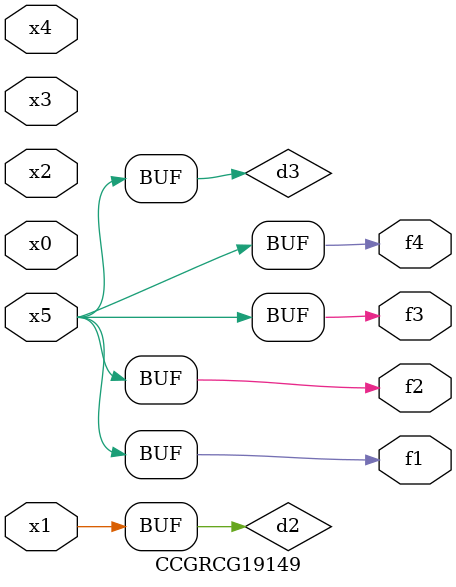
<source format=v>
module CCGRCG19149(
	input x0, x1, x2, x3, x4, x5,
	output f1, f2, f3, f4
);

	wire d1, d2, d3;

	not (d1, x5);
	or (d2, x1);
	xnor (d3, d1);
	assign f1 = d3;
	assign f2 = d3;
	assign f3 = d3;
	assign f4 = d3;
endmodule

</source>
